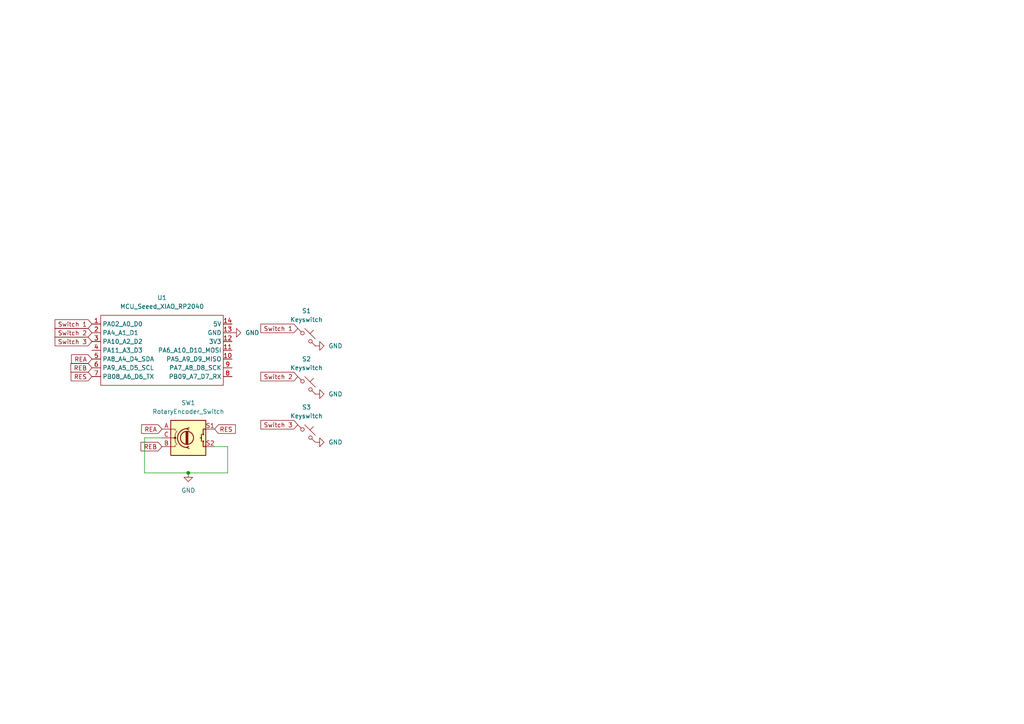
<source format=kicad_sch>
(kicad_sch (version 20231120) (generator "eeschema") (generator_version "8.0")
  (paper "A4")
  (lib_symbols
    (symbol "Device:RotaryEncoder_Switch" (pin_names (offset 0.254) hide)
      (property "Reference" "SW" (at 0 6.604 0))
      (property "Value" "RotaryEncoder_Switch" (at 0 -6.604 0))
      (symbol "RotaryEncoder_Switch_0_1"
        (rectangle (start -5.08 5.08) (end 5.08 -5.08) (stroke (width 0.254)) (fill (type background)))
        (circle (center -3.81 0) (radius 0.254) (fill (type outline)))
        (circle (center -0.381 0) (radius 1.905) (stroke (width 0.254)))
        (arc (start -0.381 2.667) (mid -3.0988 -0.0635) (end -0.381 -2.794) (stroke (width 0.254)))
        (polyline (pts (xy -0.635 -1.778) (xy -0.635 1.778)) (stroke (width 0.254)))
        (polyline (pts (xy -0.381 -1.778) (xy -0.381 1.778)) (stroke (width 0.254)))
        (polyline (pts (xy -0.127 1.778) (xy -0.127 -1.778)) (stroke (width 0.254)))
        (polyline (pts (xy 3.81 0) (xy 3.429 0)) (stroke (width 0.254)))
        (polyline (pts (xy 3.81 1.016) (xy 3.81 -1.016)) (stroke (width 0.254)))
        (polyline (pts (xy -5.08 -2.54) (xy -3.81 -2.54) (xy -3.81 -2.032)))
        (polyline (pts (xy -5.08 2.54) (xy -3.81 2.54) (xy -3.81 2.032)))
        (polyline (pts (xy 0.254 -3.048) (xy -0.508 -2.794) (xy 0.127 -2.413)) (stroke (width 0.254)))
        (polyline (pts (xy 0.254 2.921) (xy -0.508 2.667) (xy 0.127 2.286)) (stroke (width 0.254)))
        (polyline (pts (xy 5.08 -2.54) (xy 4.318 -2.54) (xy 4.318 -1.016)) (stroke (width 0.254)))
        (polyline (pts (xy 5.08 2.54) (xy 4.318 2.54) (xy 4.318 1.016)) (stroke (width 0.254)))
        (polyline (pts (xy -5.08 0) (xy -3.81 0) (xy -3.81 -1.016) (xy -3.302 -2.032)))
        (polyline (pts (xy -4.318 0) (xy -3.81 0) (xy -3.81 1.016) (xy -3.302 2.032)))
        (circle (center 4.318 -1.016) (radius 0.127) (stroke (width 0.254)))
        (circle (center 4.318 1.016) (radius 0.127) (stroke (width 0.254)))
      )
      (symbol "RotaryEncoder_Switch_1_1"
        (pin passive line (at -7.62 2.54 0) (length 2.54) (name "A") (number "A"))
        (pin passive line (at -7.62 -2.54 0) (length 2.54) (name "B") (number "B"))
        (pin passive line (at -7.62 0 0) (length 2.54) (name "C") (number "C"))
        (pin passive line (at 7.62 2.54 180) (length 2.54) (name "S1") (number "S1"))
        (pin passive line (at 7.62 -2.54 180) (length 2.54) (name "S2") (number "S2"))
      )
    )
    (symbol "ScottoKeebs:MCU_Seeed_XIAO_RP2040"
      (property "Reference" "U" (at -16.51 11.43 0))
      (property "Value" "MCU_Seeed_XIAO_RP2040" (at -3.81 -11.43 0))
      (symbol "MCU_Seeed_XIAO_RP2040_0_1"
        (rectangle (start -16.51 10.16) (end 19.05 -10.16))
      )
      (symbol "MCU_Seeed_XIAO_RP2040_1_1"
        (pin passive line (at -19.05 7.62 0) (length 2.54) (name "PA02_A0_D0") (number "1"))
        (pin passive line (at 21.59 -2.54 180) (length 2.54) (name "PA5_A9_D9_MISO") (number "10"))
        (pin passive line (at 21.59 0 180) (length 2.54) (name "PA6_A10_D10_MOSI") (number "11"))
        (pin passive line (at 21.59 2.54 180) (length 2.54) (name "3V3") (number "12"))
        (pin passive line (at 21.59 5.08 180) (length 2.54) (name "GND") (number "13"))
        (pin passive line (at 21.59 7.62 180) (length 2.54) (name "5V") (number "14"))
        (pin passive line (at -19.05 5.08 0) (length 2.54) (name "PA4_A1_D1") (number "2"))
        (pin passive line (at -19.05 2.54 0) (length 2.54) (name "PA10_A2_D2") (number "3"))
        (pin passive line (at -19.05 0 0) (length 2.54) (name "PA11_A3_D3") (number "4"))
        (pin passive line (at -19.05 -2.54 0) (length 2.54) (name "PA8_A4_D4_SDA") (number "5"))
        (pin passive line (at -19.05 -5.08 0) (length 2.54) (name "PA9_A5_D5_SCL") (number "6"))
        (pin passive line (at -19.05 -7.62 0) (length 2.54) (name "PB08_A6_D6_TX") (number "7"))
        (pin passive line (at 21.59 -7.62 180) (length 2.54) (name "PB09_A7_D7_RX") (number "8"))
        (pin passive line (at 21.59 -5.08 180) (length 2.54) (name "PA7_A8_D8_SCK") (number "9"))
      )
    )
    (symbol "ScottoKeebs:Placeholder_Keyswitch" (pin_numbers hide) (pin_names (offset 1.016) hide)
      (property "Reference" "S" (at 3.048 1.016 0))
      (property "Value" "Keyswitch" (at 0 -3.81 0))
      (symbol "Placeholder_Keyswitch_0_1"
        (circle (center -1.1684 1.1684) (radius 0.508))
        (polyline (pts (xy -0.508 2.54) (xy 2.54 -0.508)))
        (polyline (pts (xy 1.016 1.016) (xy 2.032 2.032)))
        (polyline (pts (xy -2.54 2.54) (xy -1.524 1.524) (xy -1.524 1.524)))
        (polyline (pts (xy 1.524 -1.524) (xy 2.54 -2.54) (xy 2.54 -2.54) (xy 2.54 -2.54)))
        (circle (center 1.143 -1.1938) (radius 0.508))
        (pin passive line (at -2.54 2.54 0) (length 0) (name "1") (number "1"))
        (pin passive line (at 2.54 -2.54 180) (length 0) (name "2") (number "2"))
      )
    )
    (symbol "power:GND" (power) (pin_numbers hide) (pin_names (offset 0) hide)
      (property "Value" "GND" (at 0 -3.81 0))
      (symbol "GND_0_1"
        (polyline (pts (xy 0 0) (xy 0 -1.27) (xy 1.27 -1.27) (xy 0 -2.54) (xy -1.27 -1.27) (xy 0 -1.27)))
      )
      (symbol "GND_1_1"
        (pin power_in line (at 0 0 270) (length 0) (name "~") (number "1"))
      )
    )
  )
  (junction (at 54.61 137.16))
  (wire (pts (xy 41.91 127) (xy 46.99 127)))
  (wire (pts (xy 66.04 137.16) (xy 66.04 129.54)))
  (wire (pts (xy 54.61 137.16) (xy 66.04 137.16)))
  (wire (pts (xy 41.91 137.16) (xy 54.61 137.16)))
  (wire (pts (xy 41.91 127) (xy 41.91 137.16)))
  (wire (pts (xy 62.23 129.54) (xy 66.04 129.54)))
  (global_label "Switch 3" (shape input) (at 86.36 123.19 180) (property "Intersheetrefs" "${INTERSHEET_REFS}" (effects (hide yes))))
  (global_label "RES" (shape input) (at 26.67 109.22 180) (property "Intersheetrefs" "${INTERSHEET_REFS}" (effects (hide yes))))
  (global_label "Switch 2" (shape input) (at 26.67 96.52 180) (property "Intersheetrefs" "${INTERSHEET_REFS}" (effects (hide yes))))
  (global_label "REB" (shape input) (at 26.67 106.68 180) (property "Intersheetrefs" "${INTERSHEET_REFS}" (effects (hide yes))))
  (global_label "Switch 1" (shape input) (at 86.36 95.25 180) (property "Intersheetrefs" "${INTERSHEET_REFS}" (effects (hide yes))))
  (global_label "Switch 1" (shape input) (at 26.67 93.98 180) (property "Intersheetrefs" "${INTERSHEET_REFS}" (effects (hide yes))))
  (global_label "REB" (shape input) (at 46.99 129.54 180) (property "Intersheetrefs" "${INTERSHEET_REFS}" (effects (hide yes))))
  (global_label "RES" (shape input) (at 62.23 124.46 0) (property "Intersheetrefs" "${INTERSHEET_REFS}" (effects (hide yes))))
  (global_label "REA" (shape input) (at 46.99 124.46 180) (property "Intersheetrefs" "${INTERSHEET_REFS}" (effects (hide yes))))
  (global_label "REA" (shape input) (at 26.67 104.14 180) (property "Intersheetrefs" "${INTERSHEET_REFS}" (effects (hide yes))))
  (global_label "Switch 2" (shape input) (at 86.36 109.22 180) (property "Intersheetrefs" "${INTERSHEET_REFS}" (effects (hide yes))))
  (global_label "Switch 3" (shape input) (at 26.67 99.06 180) (property "Intersheetrefs" "${INTERSHEET_REFS}" (effects (hide yes))))
  (symbol (lib_id "power:GND") (at 91.44 100.33 90) (unit 1)
    (property "Reference" "#PWR01" (effects (hide yes)))
    (property "Value" "GND" (at 95.25 100.3299 90) (effects (justify right)))
    (property "Description" "Power symbol creates a global label with name \"GND\" , ground" (effects (hide yes)))
  )
  (symbol (lib_id "ScottoKeebs:MCU_Seeed_XIAO_RP2040") (at 45.72 101.6 0) (unit 1)
    (property "Reference" "U1" (at 46.99 86.36 0))
    (property "Value" "MCU_Seeed_XIAO_RP2040" (at 46.99 88.9 0))
    (property "Footprint" "ScottoKeebs_MCU:Seeed_XIAO_RP2040" (effects (hide yes)))
  )
  (symbol (lib_id "ScottoKeebs:Placeholder_Keyswitch") (at 88.9 125.73 0) (unit 1)
    (property "Reference" "S3" (at 88.9 118.11 0))
    (property "Value" "Keyswitch" (at 88.9 120.65 0))
    (property "Footprint" "ScottoKeebs_MX:MX_PCB_1.00u" (effects (hide yes)))
    (property "Description" "Push button switch, normally open, two pins, 45° tilted" (effects (hide yes)))
  )
  (symbol (lib_id "ScottoKeebs:Placeholder_Keyswitch") (at 88.9 97.79 0) (unit 1)
    (property "Reference" "S1" (at 88.9 90.17 0))
    (property "Value" "Keyswitch" (at 88.9 92.71 0))
    (property "Footprint" "ScottoKeebs_MX:MX_PCB_1.00u" (effects (hide yes)))
    (property "Description" "Push button switch, normally open, two pins, 45° tilted" (effects (hide yes)))
  )
  (symbol (lib_id "ScottoKeebs:Placeholder_Keyswitch") (at 88.9 111.76 0) (unit 1)
    (property "Reference" "S2" (at 88.9 104.14 0))
    (property "Value" "Keyswitch" (at 88.9 106.68 0))
    (property "Footprint" "ScottoKeebs_MX:MX_PCB_1.00u" (effects (hide yes)))
    (property "Description" "Push button switch, normally open, two pins, 45° tilted" (effects (hide yes)))
  )
  (symbol (lib_id "power:GND") (at 54.61 137.16 0) (unit 1)
    (property "Reference" "#PWR04" (effects (hide yes)))
    (property "Value" "GND" (at 54.61 142.24 0))
    (property "Description" "Power symbol creates a global label with name \"GND\" , ground" (effects (hide yes)))
  )
  (symbol (lib_id "power:GND") (at 67.31 96.52 90) (unit 1)
    (property "Reference" "#PWR05" (effects (hide yes)))
    (property "Value" "GND" (at 71.12 96.5199 90) (effects (justify right)))
    (property "Description" "Power symbol creates a global label with name \"GND\" , ground" (effects (hide yes)))
  )
  (symbol (lib_id "power:GND") (at 91.44 114.3 90) (unit 1)
    (property "Reference" "#PWR02" (effects (hide yes)))
    (property "Value" "GND" (at 95.25 114.2999 90) (effects (justify right)))
    (property "Description" "Power symbol creates a global label with name \"GND\" , ground" (effects (hide yes)))
  )
  (symbol (lib_id "Device:RotaryEncoder_Switch") (at 54.61 127 0) (unit 1)
    (property "Reference" "SW1" (at 54.61 116.84 0))
    (property "Value" "RotaryEncoder_Switch" (at 54.61 119.38 0))
    (property "Footprint" "ScottoKeebs_Scotto:Encoder_EC11_MX" (effects (hide yes)))
    (property "Description" "Rotary encoder, dual channel, incremental quadrate outputs, with switch" (effects (hide yes)))
  )
  (symbol (lib_id "power:GND") (at 91.44 128.27 90) (unit 1)
    (property "Reference" "#PWR03" (effects (hide yes)))
    (property "Value" "GND" (at 95.25 128.2699 90) (effects (justify right)))
    (property "Description" "Power symbol creates a global label with name \"GND\" , ground" (effects (hide yes)))
  )
)
</source>
